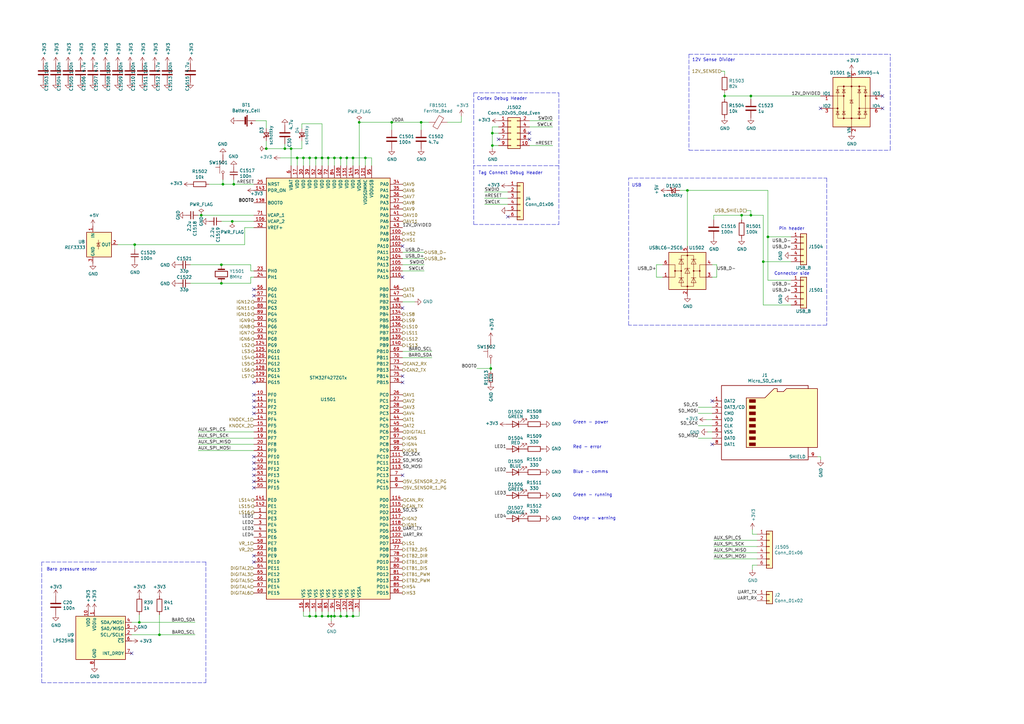
<source format=kicad_sch>
(kicad_sch (version 20211123) (generator eeschema)
  (paper "A3")
  (title_block (title "rusEfi Proteus") (date "2022-04-09") (rev "v0.7") (company "rusEFI") (comment 1 "github.com/mck1117/proteus") (comment 2 "rusefi.com/s/proteus"))
  (junction (at 135.89 252.73))
  (junction (at 172.72 50.165))
  (junction (at 149.86 64.77))
  (junction (at 137.16 64.77))
  (junction (at 281.94 78.105))
  (junction (at 55.245 100.33))
  (junction (at 134.62 64.77))
  (junction (at 91.44 75.565))
  (junction (at 129.54 252.73))
  (junction (at 134.62 252.73))
  (junction (at 124.46 64.77))
  (junction (at 82.55 88.265))
  (junction (at 144.78 252.73))
  (junction (at 137.16 252.73))
  (junction (at 142.24 252.73))
  (junction (at 307.975 88.265))
  (junction (at 132.08 252.73))
  (junction (at 90.805 116.205))
  (junction (at 201.93 59.69))
  (junction (at 90.805 108.585))
  (junction (at 119.38 60.96))
  (junction (at 314.96 97.155))
  (junction (at 201.93 54.61))
  (junction (at 304.165 88.265))
  (junction (at 144.78 64.77))
  (junction (at 139.7 252.73))
  (junction (at 116.84 60.96))
  (junction (at 129.54 64.77))
  (junction (at 313.055 107.315))
  (junction (at 57.15 255.27))
  (junction (at 147.32 50.165))
  (junction (at 132.08 64.77))
  (junction (at 307.975 39.37))
  (junction (at 160.655 50.165))
  (junction (at 127 64.77))
  (junction (at 142.24 64.77))
  (junction (at 109.22 60.96))
  (junction (at 121.92 64.77))
  (junction (at 127 252.73))
  (junction (at 95.25 90.805))
  (junction (at 139.7 64.77))
  (junction (at 65.405 260.35))
  (junction (at 201.295 151.13))
  (junction (at 95.885 75.565))
  (junction (at 297.18 39.37))
  (no_connect (at 292.1 164.465))
  (no_connect (at 104.14 156.845))
  (no_connect (at 165.1 156.845))
  (no_connect (at 104.14 121.285))
  (no_connect (at 361.95 39.37))
  (no_connect (at 217.17 54.61))
  (no_connect (at 104.14 230.505))
  (no_connect (at 336.55 44.45))
  (no_connect (at 104.14 187.325))
  (no_connect (at 104.14 161.925))
  (no_connect (at 53.975 267.97))
  (no_connect (at 104.14 167.005))
  (no_connect (at 204.47 57.15))
  (no_connect (at 361.95 44.45))
  (no_connect (at 104.14 118.745))
  (no_connect (at 104.14 194.945))
  (no_connect (at 165.1 113.665))
  (no_connect (at 104.14 200.025))
  (no_connect (at 104.14 227.965))
  (no_connect (at 165.1 100.965))
  (no_connect (at 165.1 154.305))
  (no_connect (at 104.14 192.405))
  (no_connect (at 165.1 126.365))
  (no_connect (at 104.14 197.485))
  (no_connect (at 292.1 182.245))
  (no_connect (at 104.14 189.865))
  (no_connect (at 165.1 194.945))
  (no_connect (at 217.17 57.15))
  (no_connect (at 104.14 169.545))
  (no_connect (at 208.28 88.9))
  (no_connect (at 104.14 164.465))
  (wire (pts (xy 313.055 88.265) (xy 307.975 88.265)))
  (wire (pts (xy 90.805 108.585) (xy 78.105 108.585)))
  (wire (pts (xy 55.245 100.33) (xy 100.33 100.33)))
  (wire (pts (xy 124.46 64.77) (xy 124.46 67.945)))
  (wire (pts (xy 90.805 90.805) (xy 95.25 90.805)))
  (wire (pts (xy 204.47 54.61) (xy 201.93 54.61)))
  (wire (pts (xy 109.22 49.53) (xy 109.22 52.705)))
  (wire (pts (xy 104.14 111.125) (xy 102.87 111.125)))
  (polyline (pts (xy 339.09 133.35) (xy 257.81 133.35)))
  (wire (pts (xy 139.7 67.945) (xy 139.7 64.77)))
  (wire (pts (xy 124.46 250.825) (xy 124.46 252.73)))
  (wire (pts (xy 313.055 107.315) (xy 324.485 107.315)))
  (wire (pts (xy 57.15 255.27) (xy 80.01 255.27)))
  (polyline (pts (xy 17.145 280.035) (xy 84.455 280.035)))
  (wire (pts (xy 292.735 224.155) (xy 310.515 224.155)))
  (polyline (pts (xy 17.145 230.505) (xy 17.145 280.035)))
  (wire (pts (xy 137.16 67.945) (xy 137.16 64.77)))
  (wire (pts (xy 142.24 252.73) (xy 144.78 252.73)))
  (wire (pts (xy 129.54 64.77) (xy 129.54 67.945)))
  (wire (pts (xy 123.825 57.785) (xy 123.825 60.96)))
  (wire (pts (xy 127 252.73) (xy 129.54 252.73)))
  (wire (pts (xy 297.18 39.37) (xy 307.975 39.37)))
  (wire (pts (xy 116.84 59.055) (xy 116.84 60.96)))
  (polyline (pts (xy 257.81 133.35) (xy 257.81 73.025)))
  (wire (pts (xy 269.24 108.585) (xy 269.24 113.665)))
  (wire (pts (xy 102.87 116.205) (xy 102.87 113.665)))
  (wire (pts (xy 132.08 67.945) (xy 132.08 64.77)))
  (wire (pts (xy 147.32 252.73) (xy 147.32 250.825)))
  (wire (pts (xy 152.4 64.77) (xy 149.86 64.77)))
  (wire (pts (xy 132.08 250.825) (xy 132.08 252.73)))
  (wire (pts (xy 172.72 50.165) (xy 175.895 50.165)))
  (wire (pts (xy 297.18 39.37) (xy 297.18 40.64)))
  (wire (pts (xy 123.825 50.8) (xy 123.825 52.705)))
  (wire (pts (xy 336.55 188.595) (xy 336.55 187.325)))
  (polyline (pts (xy 282.575 61.595) (xy 365.125 61.595)))
  (wire (pts (xy 297.18 29.21) (xy 295.91 29.21)))
  (wire (pts (xy 144.78 252.73) (xy 147.32 252.73)))
  (wire (pts (xy 226.695 59.69) (xy 217.17 59.69)))
  (wire (pts (xy 57.15 252.095) (xy 57.15 255.27)))
  (wire (pts (xy 165.1 146.685) (xy 177.165 146.685)))
  (wire (pts (xy 189.23 50.165) (xy 189.23 47.625)))
  (wire (pts (xy 100.33 93.345) (xy 100.33 100.33)))
  (wire (pts (xy 297.18 30.48) (xy 297.18 29.21)))
  (wire (pts (xy 95.885 75.565) (xy 95.885 73.66)))
  (wire (pts (xy 201.93 59.69) (xy 201.93 54.61)))
  (wire (pts (xy 132.08 64.77) (xy 134.62 64.77)))
  (wire (pts (xy 307.975 39.37) (xy 307.975 40.64)))
  (wire (pts (xy 172.72 50.165) (xy 160.655 50.165)))
  (wire (pts (xy 132.08 252.73) (xy 134.62 252.73)))
  (wire (pts (xy 313.055 107.315) (xy 313.055 88.265)))
  (wire (pts (xy 142.24 64.77) (xy 144.78 64.77)))
  (polyline (pts (xy 365.125 61.595) (xy 365.125 22.225)))
  (wire (pts (xy 104.14 184.785) (xy 81.28 184.785)))
  (polyline (pts (xy 282.575 22.225) (xy 282.575 61.595)))
  (wire (pts (xy 306.07 86.36) (xy 307.975 86.36)))
  (wire (pts (xy 104.14 88.265) (xy 82.55 88.265)))
  (wire (pts (xy 53.975 260.35) (xy 65.405 260.35)))
  (wire (pts (xy 204.47 59.69) (xy 201.93 59.69)))
  (wire (pts (xy 139.7 252.73) (xy 142.24 252.73)))
  (wire (pts (xy 48.26 100.33) (xy 55.245 100.33)))
  (wire (pts (xy 65.405 252.095) (xy 65.405 260.35)))
  (wire (pts (xy 152.4 67.945) (xy 152.4 64.77)))
  (wire (pts (xy 147.32 50.165) (xy 160.655 50.165)))
  (wire (pts (xy 281.94 78.105) (xy 278.765 78.105)))
  (wire (pts (xy 292.1 113.665) (xy 294.005 113.665)))
  (wire (pts (xy 129.54 64.77) (xy 132.08 64.77)))
  (wire (pts (xy 286.385 167.005) (xy 292.1 167.005)))
  (wire (pts (xy 304.165 90.17) (xy 304.165 88.265)))
  (wire (pts (xy 134.62 252.73) (xy 134.62 250.825)))
  (wire (pts (xy 289.56 172.085) (xy 292.1 172.085)))
  (polyline (pts (xy 229.235 67.945) (xy 194.31 67.945)))
  (wire (pts (xy 119.38 60.96) (xy 119.38 67.945)))
  (wire (pts (xy 297.18 38.1) (xy 297.18 39.37)))
  (wire (pts (xy 336.55 187.325) (xy 335.28 187.325)))
  (wire (pts (xy 119.38 60.96) (xy 116.84 60.96)))
  (wire (pts (xy 132.08 50.8) (xy 123.825 50.8)))
  (wire (pts (xy 114.935 64.77) (xy 121.92 64.77)))
  (wire (pts (xy 314.96 114.935) (xy 314.96 97.155)))
  (wire (pts (xy 81.28 179.705) (xy 104.14 179.705)))
  (wire (pts (xy 173.99 103.505) (xy 165.1 103.505)))
  (wire (pts (xy 90.805 108.585) (xy 102.87 108.585)))
  (wire (pts (xy 165.1 106.045) (xy 173.99 106.045)))
  (wire (pts (xy 308.61 233.68) (xy 308.61 231.775)))
  (wire (pts (xy 134.62 252.73) (xy 135.89 252.73)))
  (wire (pts (xy 310.515 229.235) (xy 292.735 229.235)))
  (wire (pts (xy 134.62 67.945) (xy 134.62 64.77)))
  (wire (pts (xy 104.775 49.53) (xy 109.22 49.53)))
  (polyline (pts (xy 194.31 38.1) (xy 194.31 92.075)))
  (wire (pts (xy 142.24 252.73) (xy 142.24 250.825)))
  (wire (pts (xy 95.25 90.805) (xy 104.14 90.805)))
  (wire (pts (xy 104.14 182.245) (xy 81.28 182.245)))
  (wire (pts (xy 281.94 100.965) (xy 281.94 78.105)))
  (wire (pts (xy 170.18 123.825) (xy 165.1 123.825)))
  (wire (pts (xy 144.78 64.77) (xy 144.78 67.945)))
  (wire (pts (xy 65.405 260.35) (xy 80.01 260.35)))
  (wire (pts (xy 201.93 54.61) (xy 201.93 52.07)))
  (wire (pts (xy 313.055 125.095) (xy 324.485 125.095)))
  (wire (pts (xy 127 64.77) (xy 127 67.945)))
  (wire (pts (xy 78.105 116.205) (xy 90.805 116.205)))
  (wire (pts (xy 292.735 221.615) (xy 310.515 221.615)))
  (wire (pts (xy 292.735 88.265) (xy 292.735 90.17)))
  (wire (pts (xy 82.55 88.265) (xy 81.28 88.265)))
  (wire (pts (xy 269.24 113.665) (xy 271.78 113.665)))
  (wire (pts (xy 324.485 97.155) (xy 314.96 97.155)))
  (wire (pts (xy 127 64.77) (xy 129.54 64.77)))
  (wire (pts (xy 116.84 60.96) (xy 109.22 60.96)))
  (polyline (pts (xy 194.31 92.075) (xy 229.235 92.075)))
  (polyline (pts (xy 282.575 22.225) (xy 365.125 22.225)))
  (wire (pts (xy 201.93 59.69) (xy 201.93 60.96)))
  (wire (pts (xy 121.92 64.77) (xy 124.46 64.77)))
  (wire (pts (xy 102.87 111.125) (xy 102.87 108.585)))
  (wire (pts (xy 286.385 169.545) (xy 292.1 169.545)))
  (polyline (pts (xy 257.81 73.025) (xy 339.09 73.025)))
  (wire (pts (xy 81.28 177.165) (xy 104.14 177.165)))
  (wire (pts (xy 314.96 78.105) (xy 281.94 78.105)))
  (wire (pts (xy 290.195 177.165) (xy 292.1 177.165)))
  (wire (pts (xy 160.655 50.165) (xy 160.655 53.34)))
  (wire (pts (xy 100.33 93.345) (xy 104.14 93.345)))
  (wire (pts (xy 201.93 52.07) (xy 204.47 52.07)))
  (wire (pts (xy 208.28 83.82) (xy 198.755 83.82)))
  (wire (pts (xy 132.08 64.77) (xy 132.08 50.8)))
  (wire (pts (xy 308.61 219.075) (xy 310.515 219.075)))
  (polyline (pts (xy 84.455 280.035) (xy 84.455 230.505)))
  (wire (pts (xy 294.005 108.585) (xy 294.005 113.665)))
  (wire (pts (xy 314.96 97.155) (xy 314.96 78.105)))
  (wire (pts (xy 55.245 100.33) (xy 55.245 102.235)))
  (wire (pts (xy 307.975 39.37) (xy 336.55 39.37)))
  (wire (pts (xy 324.485 114.935) (xy 314.96 114.935)))
  (wire (pts (xy 201.295 151.13) (xy 201.295 149.225)))
  (wire (pts (xy 135.89 254.635) (xy 135.89 252.73)))
  (wire (pts (xy 147.32 50.165) (xy 147.32 67.945)))
  (wire (pts (xy 129.54 252.73) (xy 132.08 252.73)))
  (wire (pts (xy 95.885 75.565) (xy 104.14 75.565)))
  (wire (pts (xy 292.1 108.585) (xy 294.005 108.585)))
  (wire (pts (xy 137.16 250.825) (xy 137.16 252.73)))
  (wire (pts (xy 217.17 49.53) (xy 226.695 49.53)))
  (wire (pts (xy 183.515 50.165) (xy 189.23 50.165)))
  (wire (pts (xy 217.17 52.07) (xy 226.695 52.07)))
  (wire (pts (xy 304.165 88.265) (xy 292.735 88.265)))
  (wire (pts (xy 142.24 64.77) (xy 142.24 67.945)))
  (wire (pts (xy 139.7 250.825) (xy 139.7 252.73)))
  (wire (pts (xy 123.825 60.96) (xy 119.38 60.96)))
  (wire (pts (xy 129.54 250.825) (xy 129.54 252.73)))
  (wire (pts (xy 121.92 64.77) (xy 121.92 67.945)))
  (wire (pts (xy 53.975 255.27) (xy 57.15 255.27)))
  (wire (pts (xy 173.99 108.585) (xy 165.1 108.585)))
  (wire (pts (xy 109.22 60.96) (xy 109.22 57.785)))
  (wire (pts (xy 286.385 174.625) (xy 292.1 174.625)))
  (wire (pts (xy 269.24 108.585) (xy 271.78 108.585)))
  (polyline (pts (xy 194.31 38.1) (xy 229.235 38.1)))
  (wire (pts (xy 310.515 226.695) (xy 292.735 226.695)))
  (wire (pts (xy 286.385 179.705) (xy 292.1 179.705)))
  (wire (pts (xy 102.87 113.665) (xy 104.14 113.665)))
  (wire (pts (xy 134.62 64.77) (xy 137.16 64.77)))
  (wire (pts (xy 135.89 252.73) (xy 137.16 252.73)))
  (polyline (pts (xy 229.235 38.1) (xy 229.235 92.075)))
  (wire (pts (xy 172.72 53.34) (xy 172.72 50.165)))
  (wire (pts (xy 308.61 231.775) (xy 310.515 231.775)))
  (wire (pts (xy 308.61 217.17) (xy 308.61 219.075)))
  (wire (pts (xy 201.295 152.4) (xy 201.295 151.13)))
  (wire (pts (xy 173.99 111.125) (xy 165.1 111.125)))
  (wire (pts (xy 149.86 64.77) (xy 149.86 67.945)))
  (wire (pts (xy 91.44 73.66) (xy 91.44 75.565)))
  (wire (pts (xy 90.805 116.205) (xy 102.87 116.205)))
  (wire (pts (xy 91.44 75.565) (xy 95.885 75.565)))
  (polyline (pts (xy 339.09 73.025) (xy 339.09 133.35)))
  (wire (pts (xy 85.725 75.565) (xy 91.44 75.565)))
  (wire (pts (xy 177.165 144.145) (xy 165.1 144.145)))
  (wire (pts (xy 137.16 252.73) (xy 139.7 252.73)))
  (wire (pts (xy 313.055 107.315) (xy 313.055 125.095)))
  (wire (pts (xy 144.78 252.73) (xy 144.78 250.825)))
  (wire (pts (xy 139.7 64.77) (xy 142.24 64.77)))
  (wire (pts (xy 124.46 64.77) (xy 127 64.77)))
  (wire (pts (xy 307.975 88.265) (xy 304.165 88.265)))
  (polyline (pts (xy 84.455 230.505) (xy 17.145 230.505)))
  (wire (pts (xy 127 252.73) (xy 127 250.825)))
  (wire (pts (xy 137.16 64.77) (xy 139.7 64.77)))
  (wire (pts (xy 198.755 81.28) (xy 208.28 81.28)))
  (wire (pts (xy 144.78 64.77) (xy 149.86 64.77)))
  (wire (pts (xy 201.295 151.13) (xy 195.58 151.13)))
  (wire (pts (xy 208.28 78.74) (xy 198.755 78.74)))
  (wire (pts (xy 124.46 252.73) (xy 127 252.73)))
  (wire (pts (xy 307.975 86.36) (xy 307.975 88.265)))
  (text "12V Sense Divider" (at 283.845 25.4 0) (effects (font (size 1.27 1.27)) (justify left bottom)))
  (text "Green - running" (at 234.95 203.835 0) (effects (font (size 1.27 1.27)) (justify left bottom)))
  (text "Green - power" (at 234.95 173.99 0) (effects (font (size 1.27 1.27)) (justify left bottom)))
  (text "Red - error" (at 234.95 184.15 0) (effects (font (size 1.27 1.27)) (justify left bottom)))
  (text "USB" (at 259.08 76.835 0) (effects (font (size 1.27 1.27)) (justify left bottom)))
  (text "Tag Connect Debug Header" (at 196.215 71.755 0) (effects (font (size 1.27 1.27)) (justify left bottom)))
  (text "Blue - comms" (at 234.95 194.31 0) (effects (font (size 1.27 1.27)) (justify left bottom)))
  (text "Orange - warning" (at 234.95 213.36 0) (effects (font (size 1.27 1.27)) (justify left bottom)))
  (text "Connector side" (at 317.5 113.03 0) (effects (font (size 1.27 1.27)) (justify left bottom)))
  (text "Pin header" (at 319.405 94.615 0) (effects (font (size 1.27 1.27)) (justify left bottom)))
  (text "Cortex Debug Header" (at 195.58 41.275 0) (effects (font (size 1.27 1.27)) (justify left bottom)))
  (text "Baro pressure sensor" (at 19.05 234.315 0) (effects (font (size 1.27 1.27)) (justify left bottom)))
  (label "UART_RX" (at 310.515 246.38 180))
  (label "UART_TX" (at 165.1 217.805 0))
  (label "AUX_SPI_MISO" (at 292.735 226.695 0))
  (label "12V_DIVIDED" (at 165.1 93.345 0))
  (label "USB_D+" (at 173.99 106.045 180))
  (label "USB_D-" (at 324.485 99.695 180))
  (label "BARO_SCL" (at 80.01 260.35 180))
  (label "SD_SCK" (at 286.385 174.625 180))
  (label "SD_SCK" (at 165.1 187.325 0))
  (label "AUX_SPI_CS" (at 81.28 177.165 0))
  (label "BOOT0" (at 195.58 151.13 180))
  (label "SD_CS" (at 165.1 210.185 0))
  (label "LED4" (at 104.14 220.345 180))
  (label "USB_D+" (at 324.485 102.235 180))
  (label "SWDIO" (at 226.695 49.53 180))
  (label "SD_MOSI" (at 165.1 192.405 0))
  (label "SWDIO" (at 173.99 108.585 180))
  (label "USB_D+" (at 324.485 120.015 180))
  (label "LED1" (at 207.645 184.15 180))
  (label "AUX_SPI_MOSI" (at 292.735 229.235 0))
  (label "LED2" (at 104.14 215.265 180))
  (label "SD_MOSI" (at 286.385 169.545 180))
  (label "BARO_SDA" (at 80.01 255.27 180))
  (label "BARO_SDA" (at 177.165 146.685 180))
  (label "LED3" (at 207.645 203.2 180))
  (label "nRESET" (at 198.755 81.28 0))
  (label "SWCLK" (at 226.695 52.07 180))
  (label "VDDA" (at 160.655 50.165 0))
  (label "SWCLK" (at 198.755 83.82 0))
  (label "nRESET" (at 97.155 75.565 0))
  (label "AUX_SPI_MISO" (at 81.28 182.245 0))
  (label "BOOT0" (at 104.14 83.185 180))
  (label "USB_D-" (at 173.99 103.505 180))
  (label "USB_D-" (at 324.485 117.475 180))
  (label "BARO_SCL" (at 177.165 144.145 180))
  (label "SWCLK" (at 173.99 111.125 180))
  (label "nRESET" (at 226.695 59.69 180))
  (label "USB_D-" (at 294.005 111.125 0))
  (label "LED1" (at 104.14 212.725 180))
  (label "SD_CS" (at 286.385 167.005 180))
  (label "BOOT0" (at 104.14 83.185 180))
  (label "AUX_SPI_SCK" (at 292.735 224.155 0))
  (label "AUX_SPI_MOSI" (at 81.28 184.785 0))
  (label "12V_DIVIDED" (at 336.55 39.37 180))
  (label "SWDIO" (at 198.755 78.74 0))
  (label "USB_D+" (at 269.24 111.125 180))
  (label "UART_TX" (at 310.515 243.84 180))
  (label "LED3" (at 104.14 217.805 180))
  (label "AUX_SPI_CS" (at 292.735 221.615 0))
  (label "LED2" (at 207.645 193.675 180))
  (label "AUX_SPI_SCK" (at 81.28 179.705 0))
  (label "LED4" (at 207.645 212.725 180))
  (label "UART_RX" (at 165.1 220.345 0))
  (label "SD_MISO" (at 165.1 189.865 0))
  (label "SD_MISO" (at 286.385 179.705 180))
  (hierarchical_label "DIGITAL1" (shape input) (at 165.1 177.165 0))
  (hierarchical_label "KNOCK_2" (shape input) (at 104.14 174.625 180))
  (hierarchical_label "AT3" (shape input) (at 165.1 118.745 0))
  (hierarchical_label "LS7" (shape output) (at 104.14 154.305 180))
  (hierarchical_label "IGN1" (shape output) (at 165.1 215.265 0))
  (hierarchical_label "AV10" (shape input) (at 165.1 88.265 0))
  (hierarchical_label "5V_SENSOR_2_PG" (shape input) (at 165.1 197.485 0))
  (hierarchical_label "ETB1_DIS" (shape output) (at 165.1 233.045 0))
  (hierarchical_label "IGN11" (shape output) (at 104.14 126.365 180))
  (hierarchical_label "DIGITAL4" (shape input) (at 104.14 240.665 180))
  (hierarchical_label "AV6" (shape input) (at 165.1 78.105 0))
  (hierarchical_label "AV3" (shape input) (at 165.1 167.005 0))
  (hierarchical_label "AV8" (shape input) (at 165.1 83.185 0))
  (hierarchical_label "IGN6" (shape output) (at 104.14 139.065 180))
  (hierarchical_label "AV4" (shape input) (at 165.1 169.545 0))
  (hierarchical_label "AT4" (shape input) (at 165.1 121.285 0))
  (hierarchical_label "AV7" (shape input) (at 165.1 80.645 0))
  (hierarchical_label "DIGITAL5" (shape input) (at 104.14 238.125 180))
  (hierarchical_label "LS4" (shape output) (at 104.14 146.685 180))
  (hierarchical_label "IGN2" (shape output) (at 165.1 212.725 0))
  (hierarchical_label "ETB1_DIR" (shape output) (at 165.1 230.505 0))
  (hierarchical_label "CAN2_TX" (shape output) (at 165.1 151.765 0))
  (hierarchical_label "IGN10" (shape output) (at 104.14 128.905 180))
  (hierarchical_label "IGN5" (shape output) (at 165.1 179.705 0))
  (hierarchical_label "LS5" (shape output) (at 104.14 149.225 180))
  (hierarchical_label "CAN_RX" (shape input) (at 165.1 205.105 0))
  (hierarchical_label "IGN12" (shape output) (at 104.14 123.825 180))
  (hierarchical_label "LS13" (shape output) (at 165.1 141.605 0))
  (hierarchical_label "HS4" (shape output) (at 165.1 240.665 0))
  (hierarchical_label "USB_D-" (shape bidirectional) (at 173.99 103.505 0))
  (hierarchical_label "AV11" (shape input) (at 165.1 90.805 0))
  (hierarchical_label "HS2" (shape output) (at 165.1 95.885 0))
  (hierarchical_label "USB_D+" (shape bidirectional) (at 173.99 106.045 0))
  (hierarchical_label "LS15" (shape output) (at 104.14 207.645 180))
  (hierarchical_label "LS8" (shape output) (at 165.1 128.905 0))
  (hierarchical_label "HS1" (shape output) (at 165.1 98.425 0))
  (hierarchical_label "DIGITAL6" (shape input) (at 104.14 243.205 180))
  (hierarchical_label "IGN3" (shape output) (at 165.1 184.785 0))
  (hierarchical_label "VR_2" (shape input) (at 104.14 225.425 180))
  (hierarchical_label "CAN2_RX" (shape input) (at 165.1 149.225 0))
  (hierarchical_label "LS11" (shape output) (at 165.1 136.525 0))
  (hierarchical_label "KNOCK_1" (shape input) (at 104.14 172.085 180))
  (hierarchical_label "LS6" (shape output) (at 104.14 151.765 180))
  (hierarchical_label "CAN_TX" (shape output) (at 165.1 207.645 0))
  (hierarchical_label "ETB2_DIS" (shape output) (at 165.1 225.425 0))
  (hierarchical_label "LS14" (shape output) (at 104.14 205.105 180))
  (hierarchical_label "12V_SENSE" (shape input) (at 295.91 29.21 180))
  (hierarchical_label "LS1" (shape output) (at 165.1 222.885 0))
  (hierarchical_label "LS9" (shape output) (at 165.1 131.445 0))
  (hierarchical_label "IGN9" (shape output) (at 104.14 131.445 180))
  (hierarchical_label "AV5" (shape input) (at 165.1 75.565 0))
  (hierarchical_label "LS12" (shape output) (at 165.1 139.065 0))
  (hierarchical_label "LS2" (shape output) (at 104.14 141.605 180))
  (hierarchical_label "AV2" (shape input) (at 165.1 164.465 0))
  (hierarchical_label "HS3" (shape output) (at 165.1 243.205 0))
  (hierarchical_label "DIGITAL2" (shape input) (at 104.14 233.045 180))
  (hierarchical_label "LS16" (shape output) (at 104.14 210.185 180))
  (hierarchical_label "5V_SENSOR_1_PG" (shape input) (at 165.1 200.025 0))
  (hierarchical_label "VR_1" (shape input) (at 104.14 222.885 180))
  (hierarchical_label "AT2" (shape input) (at 165.1 174.625 0))
  (hierarchical_label "IGN8" (shape output) (at 104.14 133.985 180))
  (hierarchical_label "IGN7" (shape output) (at 104.14 136.525 180))
  (hierarchical_label "ETB2_PWM" (shape output) (at 165.1 238.125 0))
  (hierarchical_label "LS3" (shape output) (at 104.14 144.145 180))
  (hierarchical_label "USB_SHIELD" (shape passive) (at 306.07 86.36 180))
  (hierarchical_label "ETB2_DIR" (shape output) (at 165.1 227.965 0))
  (hierarchical_label "LS10" (shape output) (at 165.1 133.985 0))
  (hierarchical_label "IGN4" (shape output) (at 165.1 182.245 0))
  (hierarchical_label "AV1" (shape input) (at 165.1 161.925 0))
  (hierarchical_label "ETB1_PWM" (shape output) (at 165.1 235.585 0))
  (hierarchical_label "AT1" (shape input) (at 165.1 172.085 0))
  (hierarchical_label "AV9" (shape input) (at 165.1 85.725 0))
  (hierarchical_label "DIGITAL3" (shape input) (at 104.14 235.585 180))
  (symbol (lib_id "MCU_ST_STM32F7:STM32F767ZITx") (at 134.62 159.385 0) (unit 1)
    (property "Reference" "U1501" (at 134.62 163.83 0))
    (property "Value" "STM32F427ZGTx" (at 134.62 154.94 0))
    (property "Footprint" "Package_QFP:LQFP-144_20x20mm_P0.5mm" (effects hide))
    (property "Datasheet" "http://www.st.com/st-web-ui/static/active/en/resource/technical/document/datasheet/DM00273119.pdf" (effects hide))
    (property "PN" "STM32F767ZIT6" (effects hide))
    (property "LCSC" "C117816" (effects hide))
  )
  (symbol (lib_id "Device:C") (at 43.18 29.845 0) (mirror x) (unit 1)
    (property "Reference" "C1508" (at 44.45 31.115 90) (effects (justify left)))
    (property "Value" "100n" (at 44.45 25.4 90) (effects (justify left)))
    (property "Footprint" "Capacitor_SMD:C_0603_1608Metric" (effects hide))
    (property "LCSC" "C14663" (effects hide))
    (property "LCSC_ext" "0" (effects hide))
  )
  (symbol (lib_id "Device:C") (at 48.26 29.845 0) (mirror x) (unit 1)
    (property "Reference" "C1509" (at 49.53 31.115 90) (effects (justify left)))
    (property "Value" "100n" (at 49.53 25.4 90) (effects (justify left)))
    (property "Footprint" "Capacitor_SMD:C_0603_1608Metric" (effects hide))
    (property "LCSC" "C14663" (effects hide))
    (property "LCSC_ext" "0" (effects hide))
  )
  (symbol (lib_id "Device:C") (at 53.34 29.845 0) (mirror x) (unit 1)
    (property "Reference" "C1510" (at 54.61 31.115 90) (effects (justify left)))
    (property "Value" "100n" (at 54.61 25.4 90) (effects (justify left)))
    (property "Footprint" "Capacitor_SMD:C_0603_1608Metric" (effects hide))
    (property "LCSC" "C14663" (effects hide))
    (property "LCSC_ext" "0" (effects hide))
  )
  (symbol (lib_id "Device:C") (at 58.42 29.845 0) (mirror x) (unit 1)
    (property "Reference" "C1511" (at 59.69 31.115 90) (effects (justify left)))
    (property "Value" "100n" (at 59.69 25.4 90) (effects (justify left)))
    (property "Footprint" "Capacitor_SMD:C_0603_1608Metric" (effects hide))
    (property "LCSC" "C14663" (effects hide))
    (property "LCSC_ext" "0" (effects hide))
  )
  (symbol (lib_id "Device:C") (at 63.5 29.845 0) (mirror x) (unit 1)
    (property "Reference" "C1512" (at 64.77 31.115 90) (effects (justify left)))
    (property "Value" "4.7u" (at 64.77 25.4 90) (effects (justify left)))
    (property "Footprint" "Capacitor_SMD:C_0603_1608Metric" (effects hide))
    (property "PN" "CGA3E2X7R1H103M080AA" (effects hide))
    (property "LCSC" "C19666" (effects hide))
    (property "LCSC_ext" "0" (effects hide))
  )
  (symbol (lib_id "Device:C") (at 68.58 29.845 0) (mirror x) (unit 1)
    (property "Reference" "C1513" (at 69.85 31.115 90) (effects (justify left)))
    (property "Value" "100n" (at 69.85 25.4 90) (effects (justify left)))
    (property "Footprint" "Capacitor_SMD:C_0603_1608Metric" (effects hide))
    (property "LCSC" "C14663" (effects hide))
    (property "LCSC_ext" "0" (effects hide))
  )
  (symbol (lib_id "power:GND") (at 22.86 33.655 0) (mirror y) (unit 1)
    (property "Reference" "#PWR01504" (effects hide))
    (property "Value" "GND" (effects hide))
  )
  (symbol (lib_id "power:GND") (at 27.94 33.655 0) (mirror y) (unit 1)
    (property "Reference" "#PWR01505" (effects hide))
    (property "Value" "GND" (effects hide))
  )
  (symbol (lib_id "power:GND") (at 33.02 33.655 0) (mirror y) (unit 1)
    (property "Reference" "#PWR01506" (effects hide))
    (property "Value" "GND" (effects hide))
  )
  (symbol (lib_id "power:GND") (at 38.1 33.655 0) (mirror y) (unit 1)
    (property "Reference" "#PWR01507" (effects hide))
    (property "Value" "GND" (effects hide))
  )
  (symbol (lib_id "power:GND") (at 43.18 33.655 0) (mirror y) (unit 1)
    (property "Reference" "#PWR01508" (effects hide))
    (property "Value" "GND" (effects hide))
  )
  (symbol (lib_id "power:GND") (at 48.26 33.655 0) (mirror y) (unit 1)
    (property "Reference" "#PWR01509" (effects hide))
    (property "Value" "GND" (effects hide))
  )
  (symbol (lib_id "power:GND") (at 53.34 33.655 0) (mirror y) (unit 1)
    (property "Reference" "#PWR01510" (effects hide))
    (property "Value" "GND" (effects hide))
  )
  (symbol (lib_id "power:GND") (at 58.42 33.655 0) (mirror y) (unit 1)
    (property "Reference" "#PWR01511" (effects hide))
    (property "Value" "GND" (effects hide))
  )
  (symbol (lib_id "power:GND") (at 63.5 33.655 0) (mirror y) (unit 1)
    (property "Reference" "#PWR01512" (effects hide))
    (property "Value" "GND" (effects hide))
  )
  (symbol (lib_id "power:GND") (at 68.58 33.655 0) (mirror y) (unit 1)
    (property "Reference" "#PWR01513" (effects hide))
    (property "Value" "GND" (effects hide))
  )
  (symbol (lib_id "Device:C") (at 78.105 29.845 180) (unit 1)
    (property "Reference" "C1515" (at 76.835 31.115 90) (effects (justify left)))
    (property "Value" "4.7u" (at 76.835 25.4 90) (effects (justify left)))
    (property "Footprint" "Capacitor_SMD:C_0603_1608Metric" (effects hide))
    (property "PN" "CGA3E2X7R1H103M080AA" (effects hide))
    (property "LCSC" "C19666" (effects hide))
    (property "LCSC_ext" "0" (effects hide))
  )
  (symbol (lib_id "power:GND") (at 78.105 33.655 0) (unit 1)
    (property "Reference" "#PWR01515" (effects hide))
    (property "Value" "GND" (effects hide))
  )
  (symbol (lib_id "Device:LED") (at 211.455 173.99 180) (unit 1)
    (property "Reference" "D1502" (at 211.455 168.91 0))
    (property "Value" "GREEN" (at 211.455 170.815 0))
    (property "Footprint" "LED_SMD:LED_0603_1608Metric_Castellated" (effects hide))
    (property "LCSC" "C72043" (effects hide))
    (property "LCSC_ext" "0" (effects hide))
  )
  (symbol (lib_id "power:+3.3V") (at 207.645 173.99 90) (unit 1)
    (property "Reference" "#PWR0225" (effects hide))
    (property "Value" "+3.3V" (at 204.3938 173.609 90) (effects (justify left)))
  )
  (symbol (lib_id "Device:R") (at 219.075 173.99 270) (unit 1)
    (property "Reference" "R1508" (at 219.075 168.7322 90))
    (property "Value" "330" (at 219.075 171.0436 90))
    (property "Footprint" "Resistor_SMD:R_0402_1005Metric" (effects hide))
    (property "LCSC" "C25104" (effects hide))
  )
  (symbol (lib_id "power:GND") (at 222.885 173.99 90) (unit 1)
    (property "Reference" "#PWR0226" (effects hide))
    (property "Value" "GND" (at 226.1362 173.863 90) (effects (justify right)))
  )
  (symbol (lib_id "Switch:SW_Push") (at 91.44 68.58 90) (unit 1)
    (property "Reference" "SW1501" (at 85.725 66.675 90) (effects (justify right)))
    (property "Value" "SW_Push" (effects hide))
    (property "Footprint" "Button_Switch_SMD:SW_SPST_EVQQ2" (effects hide))
    (property "LCSC" "C318887" (effects hide))
    (property "LCSC_ext" "1" (effects hide))
  )
  (symbol (lib_id "power:GND") (at 91.44 63.5 180) (unit 1)
    (property "Reference" "#PWR0110" (effects hide))
    (property "Value" "GND" (at 91.313 59.1058 0))
  )
  (symbol (lib_id "power:+3.3V") (at 104.14 78.105 90) (unit 1)
    (property "Reference" "#PWR0239" (effects hide))
    (property "Value" "+3.3V" (at 107.95 79.375 90) (effects (justify left)))
  )
  (symbol (lib_id "power:GND") (at 135.89 254.635 0) (unit 1)
    (property "Reference" "#PWR01534" (effects hide))
    (property "Value" "GND" (at 136.017 259.0292 0))
  )
  (symbol (lib_id "power:+3.3V") (at 114.935 64.77 90) (unit 1)
    (property "Reference" "#PWR01519" (effects hide))
    (property "Value" "+3.3V" (at 111.6838 64.389 90) (effects (justify left)))
  )
  (symbol (lib_id "Device:Ferrite_Bead") (at 179.705 50.165 270) (unit 1)
    (property "Reference" "FB1501" (at 179.705 43.2054 90))
    (property "Value" "Ferrite_Bead" (at 179.705 45.5168 90))
    (property "Footprint" "Inductor_SMD:L_0805_2012Metric" (effects hide))
    (property "LCSC" "C1015" (effects hide))
    (property "LCSC_ext" "0" (effects hide))
  )
  (symbol (lib_id "Device:C") (at 172.72 57.15 0) (unit 1)
    (property "Reference" "C1502" (at 175.641 55.9816 0) (effects (justify left)))
    (property "Value" "4.7u" (at 175.641 58.293 0) (effects (justify left)))
    (property "Footprint" "Capacitor_SMD:C_0603_1608Metric" (effects hide))
    (property "LCSC" "C19666" (effects hide))
    (property "LCSC_ext" "0" (effects hide))
  )
  (symbol (lib_id "Device:C") (at 160.655 57.15 0) (unit 1)
    (property "Reference" "C1501" (at 163.576 55.9816 0) (effects (justify left)))
    (property "Value" "100n" (at 163.576 58.293 0) (effects (justify left)))
    (property "Footprint" "Capacitor_SMD:C_0603_1608Metric" (effects hide))
    (property "LCSC" "C14663" (effects hide))
    (property "LCSC_ext" "0" (effects hide))
  )
  (symbol (lib_id "power:GND") (at 160.655 60.96 0) (unit 1)
    (property "Reference" "#PWR01516" (effects hide))
    (property "Value" "GND" (at 160.782 65.3542 0))
  )
  (symbol (lib_id "power:GND") (at 172.72 60.96 0) (unit 1)
    (property "Reference" "#PWR01517" (effects hide))
    (property "Value" "GND" (at 172.847 65.3542 0))
  )
  (symbol (lib_id "Device:C") (at 17.78 29.845 0) (mirror x) (unit 1)
    (property "Reference" "C1503" (at 19.05 31.115 90) (effects (justify left)))
    (property "Value" "100n" (at 19.05 25.4 90) (effects (justify left)))
    (property "Footprint" "Capacitor_SMD:C_0603_1608Metric" (effects hide))
    (property "LCSC" "C14663" (effects hide))
    (property "LCSC_ext" "0" (effects hide))
  )
  (symbol (lib_id "Device:C") (at 22.86 29.845 0) (mirror x) (unit 1)
    (property "Reference" "C1504" (at 24.13 31.115 90) (effects (justify left)))
    (property "Value" "100n" (at 24.13 25.4 90) (effects (justify left)))
    (property "Footprint" "Capacitor_SMD:C_0603_1608Metric" (effects hide))
    (property "LCSC" "C14663" (effects hide))
    (property "LCSC_ext" "0" (effects hide))
  )
  (symbol (lib_id "Device:C") (at 27.94 29.845 0) (mirror x) (unit 1)
    (property "Reference" "C1505" (at 29.21 31.115 90) (effects (justify left)))
    (property "Value" "100n" (at 29.21 25.4 90) (effects (justify left)))
    (property "Footprint" "Capacitor_SMD:C_0603_1608Metric" (effects hide))
    (property "LCSC" "C14663" (effects hide))
    (property "LCSC_ext" "0" (effects hide))
  )
  (symbol (lib_id "Device:C") (at 33.02 29.845 0) (mirror x) (unit 1)
    (property "Reference" "C1506" (at 34.29 31.115 90) (effects (justify left)))
    (property "Value" "4.7u" (at 34.29 25.4 90) (effects (justify left)))
    (property "Footprint" "Capacitor_SMD:C_0603_1608Metric" (effects hide))
    (property "PN" "CGA3E2X7R1H103M080AA" (effects hide))
    (property "LCSC" "C19666" (effects hide))
    (property "LCSC_ext" "0" (effects hide))
  )
  (symbol (lib_id "Device:C") (at 38.1 29.845 0) (mirror x) (unit 1)
    (property "Reference" "C1507" (at 39.37 31.115 90) (effects (justify left)))
    (property "Value" "4.7u" (at 39.37 25.4 90) (effects (justify left)))
    (property "Footprint" "Capacitor_SMD:C_0603_1608Metric" (effects hide))
    (property "PN" "CGA3E2X7R1H103M080AA" (effects hide))
    (property "LCSC" "C19666" (effects hide))
    (property "LCSC_ext" "0" (effects hide))
  )
  (symbol (lib_id "power:GND") (at 17.78 33.655 0) (mirror y) (unit 1)
    (property "Reference" "#PWR01503" (effects hide))
    (property "Value" "GND" (effects hide))
  )
  (symbol (lib_id "Device:C_Small") (at 55.245 104.775 0) (unit 1)
    (property "Reference" "C1520" (at 57.5818 103.6066 0) (effects (justify left)))
    (property "Value" "100n" (at 57.5818 105.918 0) (effects (justify left)))
    (property "Footprint" "Capacitor_SMD:C_0603_1608Metric" (effects hide))
    (property "LCSC" "C14663" (effects hide))
    (property "LCSC_ext" "0" (effects hide))
  )
  (symbol (lib_id "Device:C_Small") (at 88.265 90.805 270) (unit 1)
    (property "Reference" "C1519" (at 89.4334 93.1418 0) (effects (justify left)))
    (property "Value" "2.2u" (at 87.122 93.1418 0) (effects (justify left)))
    (property "Footprint" "Capacitor_SMD:C_0603_1608Metric" (effects hide))
    (property "LCSC" "C23630" (effects hide))
    (property "LCSC_ext" "0" (effects hide))
  )
  (symbol (lib_id "Device:C_Small") (at 78.74 88.265 270) (unit 1)
    (property "Reference" "C1518" (at 79.9084 90.6018 0) (effects (justify left)))
    (property "Value" "2.2u" (at 77.597 90.6018 0) (effects (justify left)))
    (property "Footprint" "Capacitor_SMD:C_0603_1608Metric" (effects hide))
    (property "LCSC" "C23630" (effects hide))
    (property "LCSC_ext" "0" (effects hide))
  )
  (symbol (lib_id "power:GND") (at 85.725 90.805 270) (unit 1)
    (property "Reference" "#PWR01526" (effects hide))
    (property "Value" "GND" (at 82.55 90.805 0))
  )
  (symbol (lib_id "power:GND") (at 76.2 88.265 270) (unit 1)
    (property "Reference" "#PWR01525" (effects hide))
    (property "Value" "GND" (at 73.025 88.265 0))
  )
  (symbol (lib_id "power:+3.3V") (at 189.23 47.625 0) (unit 1)
    (property "Reference" "#PWR01501" (effects hide))
    (property "Value" "+3.3V" (at 189.611 43.2308 0))
  )
  (symbol (lib_id "Device:C_Small") (at 95.885 71.12 0) (unit 1)
    (property "Reference" "C1517" (at 98.2218 69.9516 0) (effects (justify left)))
    (property "Value" "100n" (at 98.2218 72.263 0) (effects (justify left)))
    (property "Footprint" "Capacitor_SMD:C_0603_1608Metric" (effects hide))
    (property "LCSC" "C14663" (effects hide))
    (property "LCSC_ext" "0" (effects hide))
  )
  (symbol (lib_id "Device:R") (at 81.915 75.565 270) (unit 1)
    (property "Reference" "R1502" (at 81.915 70.3072 90))
    (property "Value" "10k" (at 81.915 72.6186 90))
    (property "Footprint" "Resistor_SMD:R_0402_1005Metric" (effects hide))
    (property "LCSC" "C25744" (effects hide))
    (property "LCSC_ext" "0" (effects hide))
  )
  (symbol (lib_id "power:+3.3V") (at 78.105 75.565 90) (unit 1)
    (property "Reference" "#PWR01524" (effects hide))
    (property "Value" "+3.3V" (at 74.8538 75.184 90) (effects (justify left)))
  )
  (symbol (lib_id "power:GND") (at 95.885 68.58 180) (unit 1)
    (property "Reference" "#PWR01521" (effects hide))
    (property "Value" "GND" (at 95.758 64.1858 0))
  )
  (symbol (lib_id "Device:C_Small") (at 75.565 108.585 270) (unit 1)
    (property "Reference" "C1521" (at 75.565 106.045 90))
    (property "Value" "33p" (at 75.565 111.125 90))
    (property "Footprint" "Capacitor_SMD:C_0402_1005Metric" (effects hide))
    (property "LCSC" "C1562" (effects hide))
    (property "LCSC_ext" "0" (effects hide))
  )
  (symbol (lib_id "Device:C_Small") (at 75.565 116.205 270) (unit 1)
    (property "Reference" "C1522" (at 75.565 113.665 90))
    (property "Value" "33p" (at 75.565 118.745 90))
    (property "Footprint" "Capacitor_SMD:C_0402_1005Metric" (effects hide))
    (property "LCSC" "C1562" (effects hide))
    (property "LCSC_ext" "0" (effects hide))
  )
  (symbol (lib_id "power:GND") (at 73.025 108.585 270) (unit 1)
    (property "Reference" "#PWR01528" (effects hide))
    (property "Value" "GND" (at 69.7738 108.712 90) (effects (justify right)))
  )
  (symbol (lib_id "power:GND") (at 73.025 116.205 270) (unit 1)
    (property "Reference" "#PWR01529" (effects hide))
    (property "Value" "GND" (at 69.7738 116.332 90) (effects (justify right)))
  )
  (symbol (lib_id "Connector_Generic:Conn_02x05_Odd_Even") (at 209.55 54.61 0) (unit 1)
    (property "Reference" "J1502" (at 210.82 44.0182 0))
    (property "Value" "Conn_02x05_Odd_Even" (at 210.82 46.3296 0))
    (property "Footprint" "Connector_PinHeader_1.27mm:PinHeader_2x05_P1.27mm_Vertical_SMD" (effects hide))
    (property "PN" "FTSH-105-01-F-DV-007-K" (effects hide))
    (property "LCSC" "N/A" (effects hide))
  )
  (symbol (lib_id "power:GND") (at 201.93 60.96 0) (unit 1)
    (property "Reference" "#PWR01518" (effects hide))
    (property "Value" "GND" (at 202.057 65.3542 0))
  )
  (symbol (lib_id "power:+3.3V") (at 204.47 49.53 90) (unit 1)
    (property "Reference" "#PWR01502" (effects hide))
    (property "Value" "+3.3V" (at 201.2188 49.149 90) (effects (justify left)))
  )
  (symbol (lib_id "Device:C") (at 292.735 93.98 0) (unit 1)
    (property "Reference" "C1516" (at 295.656 92.8116 0) (effects (justify left)))
    (property "Value" "100n" (at 295.656 95.123 0) (effects (justify left)))
    (property "Footprint" "Capacitor_SMD:C_0603_1608Metric" (effects hide))
    (property "LCSC" "C14663" (effects hide))
    (property "LCSC_ext" "0" (effects hide))
  )
  (symbol (lib_id "Device:R") (at 304.165 93.98 0) (unit 1)
    (property "Reference" "R1501" (at 305.943 92.8116 0) (effects (justify left)))
    (property "Value" "100k" (at 305.943 95.123 0) (effects (justify left)))
    (property "Footprint" "Resistor_SMD:R_0402_1005Metric" (effects hide))
    (property "LCSC" "C25741" (effects hide))
    (property "LCSC_ext" "0" (effects hide))
  )
  (symbol (lib_id "power:GND") (at 304.165 97.79 0) (unit 1)
    (property "Reference" "#PWR01523" (effects hide))
    (property "Value" "GND" (at 304.292 102.1842 0))
  )
  (symbol (lib_id "power:GND") (at 292.735 97.79 0) (unit 1)
    (property "Reference" "#PWR01522" (effects hide))
    (property "Value" "GND" (at 292.862 102.1842 0))
  )
  (symbol (lib_id "Device:R") (at 297.18 34.29 0) (unit 1)
    (property "Reference" "R1503" (at 298.958 33.1216 0) (effects (justify left)))
    (property "Value" "82k" (at 298.958 35.433 0) (effects (justify left)))
    (property "Footprint" "Resistor_SMD:R_0603_1608Metric" (effects hide))
    (property "LCSC" "C23254" (effects hide))
    (property "LCSC_ext" "0" (effects hide))
  )
  (symbol (lib_id "Device:R") (at 297.18 44.45 0) (unit 1)
    (property "Reference" "R1504" (at 298.958 43.2816 0) (effects (justify left)))
    (property "Value" "10k" (at 298.958 45.593 0) (effects (justify left)))
    (property "Footprint" "Resistor_SMD:R_0402_1005Metric" (effects hide))
    (property "LCSC" "C25744" (effects hide))
    (property "LCSC_ext" "0" (effects hide))
  )
  (symbol (lib_id "power:GND") (at 297.18 48.26 0) (unit 1)
    (property "Reference" "#PWR01532" (effects hide))
    (property "Value" "GND" (at 297.307 52.6542 0))
  )
  (symbol (lib_id "Device:LED") (at 211.455 184.15 180) (unit 1)
    (property "Reference" "D1504" (at 211.455 179.705 0))
    (property "Value" "RED" (at 211.455 181.61 0))
    (property "Footprint" "LED_SMD:LED_0603_1608Metric_Castellated" (effects hide))
    (property "LCSC" "C2286" (effects hide))
    (property "LCSC_ext" "0" (effects hide))
  )
  (symbol (lib_id "Device:R") (at 219.075 184.15 270) (unit 1)
    (property "Reference" "R1509" (at 219.075 178.8922 90))
    (property "Value" "330" (at 219.075 181.2036 90))
    (property "Footprint" "Resistor_SMD:R_0402_1005Metric" (effects hide))
    (property "LCSC" "C25104" (effects hide))
  )
  (symbol (lib_id "power:GND") (at 222.885 184.15 90) (unit 1)
    (property "Reference" "#PWR0244" (effects hide))
    (property "Value" "GND" (at 226.1362 184.023 90) (effects (justify right)))
  )
  (symbol (lib_id "power:GND") (at 349.25 54.61 0) (unit 1)
    (property "Reference" "#PWR01531" (effects hide))
    (property "Value" "GND" (at 349.377 59.0042 0))
  )
  (symbol (lib_id "power:+3.3V") (at 349.25 29.21 0) (unit 1)
    (property "Reference" "#PWR01530" (effects hide))
    (property "Value" "+3.3V" (at 349.631 24.8158 0))
  )
  (symbol (lib_id "Device:LED") (at 211.455 193.675 180) (unit 1)
    (property "Reference" "D1505" (at 211.455 189.23 0))
    (property "Value" "BLUE" (at 211.455 191.135 0))
    (property "Footprint" "LED_SMD:LED_0603_1608Metric_Castellated" (effects hide))
    (property "LCSC" "C72041" (effects hide))
    (property "LCSC_ext" "0" (effects hide))
  )
  (symbol (lib_id "Device:R") (at 219.075 193.675 270) (unit 1)
    (property "Reference" "R1510" (at 219.075 188.4172 90))
    (property "Value" "330" (at 219.075 190.7286 90))
    (property "Footprint" "Resistor_SMD:R_0402_1005Metric" (effects hide))
    (property "LCSC" "C25104" (effects hide))
  )
  (symbol (lib_id "power:GND") (at 222.885 193.675 90) (unit 1)
    (property "Reference" "#PWR0245" (effects hide))
    (property "Value" "GND" (at 226.1362 193.548 90) (effects (justify right)))
  )
  (symbol (lib_id "Device:LED") (at 211.455 203.2 180) (unit 1)
    (property "Reference" "D1506" (at 211.455 198.755 0))
    (property "Value" "GREEN" (at 211.455 200.66 0))
    (property "Footprint" "LED_SMD:LED_0603_1608Metric_Castellated" (effects hide))
    (property "LCSC" "C72043" (effects hide))
    (property "LCSC_ext" "0" (effects hide))
  )
  (symbol (lib_id "Device:R") (at 219.075 203.2 270) (unit 1)
    (property "Reference" "R1511" (at 219.075 197.9422 90))
    (property "Value" "330" (at 219.075 200.2536 90))
    (property "Footprint" "Resistor_SMD:R_0402_1005Metric" (effects hide))
    (property "LCSC" "C25104" (effects hide))
  )
  (symbol (lib_id "power:GND") (at 222.885 203.2 90) (unit 1)
    (property "Reference" "#PWR0246" (effects hide))
    (property "Value" "GND" (at 226.1362 203.073 90) (effects (justify right)))
  )
  (symbol (lib_id "Device:LED") (at 211.455 212.725 180) (unit 1)
    (property "Reference" "D1507" (at 211.455 208.28 0))
    (property "Value" "ORANGE" (at 211.455 210.185 0))
    (property "Footprint" "LED_SMD:LED_0603_1608Metric_Castellated" (effects hide))
    (property "LCSC" "C72038" (effects hide))
    (property "LCSC_ext" "0" (effects hide))
  )
  (symbol (lib_id "Device:R") (at 219.075 212.725 270) (unit 1)
    (property "Reference" "R1512" (at 219.075 207.4672 90))
    (property "Value" "330" (at 219.075 209.7786 90))
    (property "Footprint" "Resistor_SMD:R_0402_1005Metric" (effects hide))
    (property "LCSC" "C25104" (effects hide))
  )
  (symbol (lib_id "power:GND") (at 222.885 212.725 90) (unit 1)
    (property "Reference" "#PWR0247" (effects hide))
    (property "Value" "GND" (at 226.1362 212.598 90) (effects (justify right)))
  )
  (symbol (lib_id "Device:C") (at 307.975 44.45 0) (unit 1)
    (property "Reference" "C1523" (at 310.896 43.2816 0) (effects (justify left)))
    (property "Value" "1u" (at 310.896 45.593 0) (effects (justify left)))
    (property "Footprint" "Capacitor_SMD:C_0603_1608Metric" (effects hide))
    (property "LCSC" "C15849" (effects hide))
    (property "LCSC_ext" "0" (effects hide))
  )
  (symbol (lib_id "power:GND") (at 307.975 48.26 0) (unit 1)
    (property "Reference" "#PWR01533" (effects hide))
    (property "Value" "GND" (at 308.102 52.6542 0))
  )
  (symbol (lib_id "power:+5V") (at 273.685 78.105 90) (unit 1)
    (property "Reference" "#PWR0104" (effects hide))
    (property "Value" "+5V" (at 269.2908 77.724 0))
  )
  (symbol (lib_id "Device:D_Schottky_Small") (at 276.225 78.105 0) (unit 1)
    (property "Reference" "D1503" (at 279.4 76.2 0) (effects (justify right)))
    (property "Value" "schottky" (at 280.035 80.01 0) (effects (justify right)))
    (property "Footprint" "Diode_SMD:D_SOD-123" (effects hide))
    (property "LCSC" "C8598" (effects hide))
    (property "LCSC_ext" "0" (effects hide))
  )
  (symbol (lib_id "power:GND") (at 281.94 121.285 0) (unit 1)
    (property "Reference" "#PWR0254" (effects hide))
    (property "Value" "GND" (at 282.067 125.6792 0))
  )
  (symbol (lib_id "Switch:SW_Push") (at 201.295 144.145 90) (unit 1)
    (property "Reference" "SW1502" (at 195.58 142.24 90) (effects (justify right)))
    (property "Value" "SW_Push" (effects hide))
    (property "Footprint" "Button_Switch_SMD:SW_SPST_EVQQ2" (effects hide))
    (property "LCSC" "C318887" (effects hide))
    (property "LCSC_ext" "1" (effects hide))
  )
  (symbol (lib_id "power:GND") (at 201.295 157.48 0) (unit 1)
    (property "Reference" "#PWR0251" (effects hide))
    (property "Value" "GND" (at 201.422 160.7312 90) (effects (justify right)))
  )
  (symbol (lib_id "Device:R_Small") (at 201.295 154.94 0) (unit 1)
    (property "Reference" "R1513" (at 199.39 154.94 90))
    (property "Value" "10k" (at 201.295 154.94 90))
    (property "Footprint" "Resistor_SMD:R_0402_1005Metric" (effects hide))
    (property "LCSC" "C25744" (effects hide))
    (property "LCSC_ext" "0" (effects hide))
  )
  (symbol (lib_id "power:+3.3V") (at 201.295 139.065 0) (unit 1)
    (property "Reference" "#PWR0252" (effects hide))
    (property "Value" "+3.3V" (at 201.676 135.8138 90) (effects (justify left)))
  )
  (symbol (lib_id "power:PWR_FLAG") (at 147.32 50.165 0) (unit 1)
    (property "Reference" "#FLG0105" (effects hide))
    (property "Value" "PWR_FLAG" (at 147.32 45.7708 0))
  )
  (symbol (lib_id "power:PWR_FLAG") (at 82.55 88.265 0) (unit 1)
    (property "Reference" "#FLG0106" (effects hide))
    (property "Value" "PWR_FLAG" (at 82.55 83.8708 0))
  )
  (symbol (lib_id "power:PWR_FLAG") (at 95.25 90.805 180) (unit 1)
    (property "Reference" "#FLG0107" (effects hide))
    (property "Value" "PWR_FLAG" (at 95.25 95.1992 0))
  )
  (symbol (lib_id "Connector_Generic:Conn_01x05") (at 329.565 102.235 0) (unit 1)
    (property "Reference" "J1504" (at 331.597 101.1682 0) (effects (justify left)))
    (property "Value" "USB_B" (at 326.39 109.855 0) (effects (justify left)))
    (property "Footprint" "conn_5_2.5mm:conn_5_2.5mm" (effects hide))
    (property "PN" "UB-20PMFP-LC7002" (effects hide))
    (property "LCSC" "N/A" (effects hide))
  )
  (symbol (lib_id "power:GND") (at 324.485 104.775 270) (unit 1)
    (property "Reference" "#PWR0255" (effects hide))
    (property "Value" "GND" (at 320.0908 104.902 0))
  )
  (symbol (lib_id "power:+3.3V") (at 17.78 26.035 0) (unit 1)
    (property "Reference" "#PWR0256" (effects hide))
    (property "Value" "+3.3V" (at 18.161 22.7838 90) (effects (justify left)))
  )
  (symbol (lib_id "power:+3.3V") (at 22.86 26.035 0) (unit 1)
    (property "Reference" "#PWR0257" (effects hide))
    (property "Value" "+3.3V" (at 23.241 22.7838 90) (effects (justify left)))
  )
  (symbol (lib_id "power:+3.3V") (at 27.94 26.035 0) (unit 1)
    (property "Reference" "#PWR0258" (effects hide))
    (property "Value" "+3.3V" (at 28.321 22.7838 90) (effects (justify left)))
  )
  (symbol (lib_id "power:+3.3V") (at 33.02 26.035 0) (unit 1)
    (property "Reference" "#PWR0259" (effects hide))
    (property "Value" "+3.3V" (at 33.401 22.7838 90) (effects (justify left)))
  )
  (symbol (lib_id "power:+3.3V") (at 38.1 26.035 0) (unit 1)
    (property "Reference" "#PWR0260" (effects hide))
    (property "Value" "+3.3V" (at 38.481 22.7838 90) (effects (justify left)))
  )
  (symbol (lib_id "power:+3.3V") (at 43.18 26.035 0) (unit 1)
    (property "Reference" "#PWR0261" (effects hide))
    (property "Value" "+3.3V" (at 43.561 22.7838 90) (effects (justify left)))
  )
  (symbol (lib_id "power:+3.3V") (at 48.26 26.035 0) (unit 1)
    (property "Reference" "#PWR0262" (effects hide))
    (property "Value" "+3.3V" (at 48.641 22.7838 90) (effects (justify left)))
  )
  (symbol (lib_id "power:+3.3V") (at 53.34 26.035 0) (unit 1)
    (property "Reference" "#PWR0263" (effects hide))
    (property "Value" "+3.3V" (at 53.721 22.7838 90) (effects (justify left)))
  )
  (symbol (lib_id "power:+3.3V") (at 58.42 26.035 0) (unit 1)
    (property "Reference" "#PWR0264" (effects hide))
    (property "Value" "+3.3V" (at 58.801 22.7838 90) (effects (justify left)))
  )
  (symbol (lib_id "power:+3.3V") (at 63.5 26.035 0) (unit 1)
    (property "Reference" "#PWR0265" (effects hide))
    (property "Value" "+3.3V" (at 63.881 22.7838 90) (effects (justify left)))
  )
  (symbol (lib_id "power:+3.3V") (at 68.58 26.035 0) (unit 1)
    (property "Reference" "#PWR0266" (effects hide))
    (property "Value" "+3.3V" (at 68.961 22.7838 90) (effects (justify left)))
  )
  (symbol (lib_id "power:+3.3V") (at 78.105 26.035 0) (unit 1)
    (property "Reference" "#PWR0268" (effects hide))
    (property "Value" "+3.3V" (at 78.486 22.7838 90) (effects (justify left)))
  )
  (symbol (lib_id "Device:Crystal") (at 90.805 112.395 270) (unit 1)
    (property "Reference" "Y1501" (at 94.1324 111.2266 90) (effects (justify left)))
    (property "Value" "8MHz" (at 94.1324 113.538 90) (effects (justify left)))
    (property "Footprint" "Crystal:Crystal_SMD_5032-2Pin_5.0x3.2mm" (effects hide))
    (property "LCSC" "C115962" (effects hide))
    (property "LCSC_ext" "0" (effects hide))
  )
  (symbol (lib_id "power:GND") (at 55.245 107.315 0) (unit 1)
    (property "Reference" "#PWR0286" (effects hide))
    (property "Value" "GND" (at 55.372 111.7092 0))
  )
  (symbol (lib_id "Power_Protection:SRV05-4") (at 349.25 41.91 0) (unit 1)
    (property "Reference" "D1501" (at 343.535 29.845 0))
    (property "Value" "SRV05-4" (at 356.235 29.845 0))
    (property "Footprint" "Package_TO_SOT_SMD:SOT-23-6" (effects hide))
    (property "Datasheet" "http://www.onsemi.com/pub/Collateral/SRV05-4-D.PDF" (effects hide))
    (property "LCSC" "C85364" (effects hide))
    (property "LCSC_ext" "0" (effects hide))
  )
  (symbol (lib_id "power:GND") (at 324.485 122.555 270) (unit 1)
    (property "Reference" "#PWR0307" (effects hide))
    (property "Value" "GND" (at 320.0908 122.682 0))
  )
  (symbol (lib_id "Connector_Generic:Conn_01x05") (at 329.565 120.015 0) (unit 1)
    (property "Reference" "J1501" (at 331.597 118.9482 0) (effects (justify left)))
    (property "Value" "USB_B" (at 326.39 127.635 0) (effects (justify left)))
    (property "Footprint" "Connector_USB:USB_B_TE_5787834_Vertical" (effects hide))
    (property "PN" "5787834-1" (effects hide))
    (property "LCSC" "N/A" (effects hide))
  )
  (symbol (lib_id "power:GND") (at 170.18 123.825 90) (unit 1)
    (property "Reference" "#PWR0312" (effects hide))
    (property "Value" "GND" (at 173.4312 123.698 90) (effects (justify right)))
  )
  (symbol (lib_id "Connector_Generic:Conn_01x06") (at 315.595 224.155 0) (unit 1)
    (property "Reference" "J1505" (at 317.627 224.3582 0) (effects (justify left)))
    (property "Value" "Conn_01x06" (at 317.627 226.6696 0) (effects (justify left)))
    (property "Footprint" "Connector_PinHeader_2.54mm:PinHeader_1x06_P2.54mm_Vertical" (effects hide))
    (property "LCSC" "N/A" (effects hide))
  )
  (symbol (lib_id "power:GND") (at 308.61 233.68 0) (unit 1)
    (property "Reference" "#PWR0311" (effects hide))
    (property "Value" "GND" (at 308.737 238.0742 0))
  )
  (symbol (lib_id "power:+3.3V") (at 308.61 217.17 0) (unit 1)
    (property "Reference" "#PWR0313" (effects hide))
    (property "Value" "+3.3V" (at 308.991 213.9188 90) (effects (justify left)))
  )
  (symbol (lib_id "Connector:Micro_SD_Card") (at 314.96 172.085 0) (unit 1)
    (property "Reference" "J1" (at 313.69 153.8732 0))
    (property "Value" "Micro_SD_Card" (at 313.69 156.1846 0))
    (property "Footprint" "Connector_Card:microSD_HC_Wuerth_693072010801" (effects hide))
    (property "Datasheet" "http://katalog.we-online.de/em/datasheet/693072010801.pdf" (effects hide))
    (property "LCSC" "C164170" (effects hide))
    (property "PN" "47219-2001" (effects hide))
  )
  (symbol (lib_id "power:+3.3V") (at 289.56 172.085 90) (unit 1)
    (property "Reference" "#PWR0308" (effects hide))
    (property "Value" "+3.3V" (at 286.3088 171.704 90) (effects (justify left)))
  )
  (symbol (lib_id "power:GND") (at 336.55 188.595 0) (unit 1)
    (property "Reference" "#PWR0309" (effects hide))
    (property "Value" "GND" (at 336.677 191.8462 90) (effects (justify right)))
  )
  (symbol (lib_id "power:GND") (at 290.195 177.165 270) (unit 1)
    (property "Reference" "#PWR0315" (effects hide))
    (property "Value" "GND" (at 286.9438 177.292 90) (effects (justify right)))
  )
  (symbol (lib_id "Connector_Generic:Conn_01x02") (at 315.595 243.84 0) (unit 1)
    (property "Reference" "J2" (at 317.627 244.0432 0) (effects (justify left)))
    (property "Value" "Conn_01x02" (at 317.627 246.3546 0) (effects (justify left)))
    (property "Footprint" "Connector_PinHeader_2.54mm:PinHeader_1x02_P2.54mm_Vertical" (effects hide))
    (property "LCSC" "N/A" (effects hide))
  )
  (symbol (lib_id "Sensor_Pressure:LPS25HB") (at 41.275 260.35 0) (unit 1)
    (property "Reference" "U9" (at 30.353 260.4516 0) (effects (justify right)))
    (property "Value" "LPS25HB" (at 30.353 262.763 0) (effects (justify right)))
    (property "Footprint" "Package_LGA:ST_HLGA-10_2.5x2.5mm_P0.6mm_LayoutBorder3x2y" (effects hide))
    (property "Datasheet" "www.st.com/resource/en/datasheet/lps25hb.pdf" (effects hide))
    (property "LCSC" "C94049" (effects hide))
    (property "LCSC_ext" "1" (effects hide))
  )
  (symbol (lib_id "power:GND") (at 38.735 273.05 0) (unit 1)
    (property "Reference" "#PWR03" (effects hide))
    (property "Value" "GND" (at 38.862 277.4442 0))
  )
  (symbol (lib_id "Reference_Voltage:REF3033") (at 40.64 100.33 0) (unit 1)
    (property "Reference" "U8" (at 34.8234 99.1616 0) (effects (justify right)))
    (property "Value" "REF3333" (at 34.8234 101.473 0) (effects (font italic) (justify right)))
    (property "Footprint" "Package_TO_SOT_SMD:SOT-23" (effects hide))
    (property "Datasheet" "http://www.ti.com/lit/ds/symlink/ref3033.pdf" (effects hide))
    (property "LCSC" "C130016" (effects hide))
    (property "LCSC_ext" "1" (effects hide))
    (property "PN" "REF3033" (effects hide))
  )
  (symbol (lib_id "power:GND") (at 38.1 107.95 0) (unit 1)
    (property "Reference" "#PWR02" (effects hide))
    (property "Value" "GND" (at 38.227 112.3442 0))
  )
  (symbol (lib_id "power:+5V") (at 38.1 92.71 0) (unit 1)
    (property "Reference" "#PWR01" (effects hide))
    (property "Value" "+5V" (at 38.481 88.3158 0))
  )
  (symbol (lib_id "Connector_Generic:Conn_01x06") (at 213.36 81.28 0) (unit 1)
    (property "Reference" "J4" (at 215.392 81.4832 0) (effects (justify left)))
    (property "Value" "Conn_01x06" (at 215.392 83.7946 0) (effects (justify left)))
    (property "Footprint" "Connector:Tag-Connect_TC2030-IDC-NL_2x03_P1.27mm_Vertical" (effects hide))
  )
  (symbol (lib_id "power:GND") (at 208.28 86.36 270) (unit 1)
    (property "Reference" "#PWR0331" (effects hide))
    (property "Value" "GND" (effects hide))
  )
  (symbol (lib_id "power:+3.3V") (at 208.28 76.2 90) (unit 1)
    (property "Reference" "#PWR0332" (effects hide))
    (property "Value" "+3.3V" (at 205.0288 75.819 90) (effects (justify left)))
  )
  (symbol (lib_id "power:+3.3V") (at 53.975 262.89 270) (unit 1)
    (property "Reference" "#PWR0325" (effects hide))
    (property "Value" "+3.3V" (at 59.69 262.89 90))
  )
  (symbol (lib_id "power:+3.3V") (at 38.735 250.19 0) (unit 1)
    (property "Reference" "#PWR0326" (effects hide))
    (property "Value" "+3.3V" (at 38.735 244.475 90))
  )
  (symbol (lib_id "power:+3.3V") (at 36.195 250.19 0) (unit 1)
    (property "Reference" "#PWR0327" (effects hide))
    (property "Value" "+3.3V" (at 36.195 244.475 90))
  )
  (symbol (lib_id "Device:C") (at 22.86 248.285 0) (unit 1)
    (property "Reference" "C20" (at 25.781 247.1166 0) (effects (justify left)))
    (property "Value" "100n" (at 25.781 249.428 0) (effects (justify left)))
    (property "Footprint" "Capacitor_SMD:C_0603_1608Metric" (effects hide))
    (property "LCSC" "C14663" (effects hide))
    (property "LCSC_ext" "0" (effects hide))
  )
  (symbol (lib_id "power:GND") (at 22.86 252.095 0) (unit 1)
    (property "Reference" "#PWR0328" (effects hide))
    (property "Value" "GND" (at 22.987 256.4892 0))
  )
  (symbol (lib_id "power:+3.3V") (at 22.86 244.475 0) (unit 1)
    (property "Reference" "#PWR0329" (effects hide))
    (property "Value" "+3.3V" (at 22.86 240.665 0))
  )
  (symbol (lib_id "power:GND") (at 53.975 257.81 90) (unit 1)
    (property "Reference" "#PWR0330" (effects hide))
    (property "Value" "GND" (at 58.42 257.175 90))
  )
  (symbol (lib_id "Device:R") (at 57.15 248.285 0) (unit 1)
    (property "Reference" "R39" (at 58.928 247.1166 0) (effects (justify left)))
    (property "Value" "1k" (at 58.928 249.428 0) (effects (justify left)))
    (property "Footprint" "Resistor_SMD:R_0402_1005Metric" (effects hide))
    (property "LCSC" "C11702" (effects hide))
    (property "LCSC_ext" "0" (effects hide))
  )
  (symbol (lib_id "Device:R") (at 65.405 248.285 0) (unit 1)
    (property "Reference" "R41" (at 67.183 247.1166 0) (effects (justify left)))
    (property "Value" "1k" (at 67.183 249.428 0) (effects (justify left)))
    (property "Footprint" "Resistor_SMD:R_0402_1005Metric" (effects hide))
    (property "LCSC" "C11702" (effects hide))
    (property "LCSC_ext" "0" (effects hide))
  )
  (symbol (lib_id "power:+3.3V") (at 57.15 244.475 0) (unit 1)
    (property "Reference" "#PWR04" (effects hide))
    (property "Value" "+3.3V" (at 57.15 240.665 0))
  )
  (symbol (lib_id "power:+3.3V") (at 65.405 244.475 0) (unit 1)
    (property "Reference" "#PWR05" (effects hide))
    (property "Value" "+3.3V" (at 65.405 240.665 0))
  )
  (symbol (lib_id "Power_Protection:USBLC6-2SC6") (at 281.94 111.125 0) (unit 1)
    (property "Reference" "U1502" (at 285.75 101.6 0))
    (property "Value" "USBLC6-2SC6" (at 273.05 101.6 0))
    (property "Footprint" "Package_TO_SOT_SMD:SOT-23-6" (effects hide))
    (property "Datasheet" "https://www.st.com/resource/en/datasheet/usblc6-2.pdf" (effects hide))
    (property "PN" "USBLC6-2" (effects hide))
    (property "LCSC" "C7519" (effects hide))
    (property "LCSC_ext" "1" (effects hide))
    (property "possible_not_ext" "1" (effects hide))
  )
  (symbol (lib_id "Device:D_Schottky_Small") (at 123.825 55.245 90) (unit 1)
    (property "Reference" "D4" (at 121.92 52.07 0) (effects (justify right)))
    (property "Value" "schottky" (at 125.73 51.435 0) (effects (justify right)))
    (property "Footprint" "Diode_SMD:D_SOD-123" (effects hide))
    (property "LCSC" "C8598" (effects hide))
    (property "LCSC_ext" "0" (effects hide))
  )
  (symbol (lib_id "Device:D_Schottky_Small") (at 109.22 55.245 90) (unit 1)
    (property "Reference" "D3" (at 107.315 52.07 0) (effects (justify right)))
    (property "Value" "schottky" (at 111.125 51.435 0) (effects (justify right)))
    (property "Footprint" "Diode_SMD:D_SOD-123" (effects hide))
    (property "LCSC" "C8598" (effects hide))
    (property "LCSC_ext" "0" (effects hide))
  )
  (symbol (lib_id "Device:Battery_Cell") (at 99.695 49.53 270) (unit 1)
    (property "Reference" "BT1" (at 100.965 43.053 90))
    (property "Value" "Battery_Cell" (at 100.965 45.3644 90))
    (property "Footprint" "Battery:BatteryHolder_Keystone_1060_1x2032" (effects hide))
  )
  (symbol (lib_id "power:GND") (at 97.155 49.53 270) (unit 1)
    (property "Reference" "#PWR0342" (effects hide))
    (property "Value" "GND" (effects hide))
  )
  (symbol (lib_id "Device:C") (at 116.84 55.245 180) (unit 1)
    (property "Reference" "C30" (at 118.745 56.515 90) (effects (justify left)))
    (property "Value" "4.7u" (at 119.38 48.895 90) (effects (justify left)))
    (property "Footprint" "Capacitor_SMD:C_0603_1608Metric" (effects hide))
    (property "PN" "CGA3E2X7R1H103M080AA" (effects hide))
    (property "LCSC" "C19666" (effects hide))
    (property "LCSC_ext" "0" (effects hide))
  )
  (symbol (lib_id "power:GND") (at 116.84 51.435 180) (unit 1)
    (property "Reference" "#PWR0267" (effects hide))
    (property "Value" "GND" (effects hide))
  )
  (symbol (lib_id "power:PWR_FLAG") (at 109.22 60.96 90) (unit 1)
    (property "Reference" "#FLG0110" (effects hide))
    (property "Value" "PWR_FLAG" (effects hide))
  )
)
</source>
